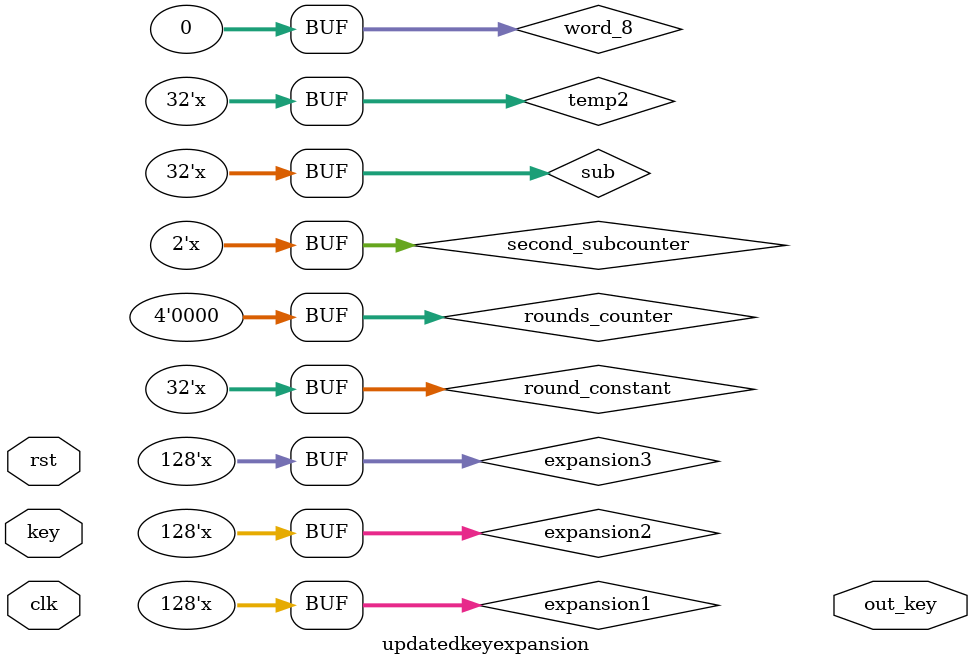
<source format=v>
module updatedkeyexpansion (
    input wire [255:0] key,
    input wire clk,
    input wire rst,
    output reg [127:0] out_key


);    reg [255:0] key_in,word;
      reg [127:0] expansion1,expansion2,expansion3,expansion4;

    reg [7:0] g0,g1,g2,g3;
    reg [31:0] temp,temp2,rot,sub,round_constant,round_subword,word_1,word_2,word_3,word_4,word_5,word_6,word_7,word_8 =32'b0;
    reg [1:0] sub_counter,second_subcounter =2'b00;
    reg [4:0] state,nextstate =5'b00000;
    reg [3:0] word_counter,secword_counter,sub_roundcounter=4'b0000;
	  reg [3:0] rounds_counter=4'b0000;
   localparam  IDLE=4'b0001 ;
   localparam  START=4'b0010 ;
   localparam  EXPANSION_1=4'b0011 ;
   localparam  EXPANSION_2=4'b0100 ;
   localparam  EXPANSION_3=4'b0101 ;
   localparam  EXPANSION_4=4'b0110 ;
   localparam  ROT_BYTE=4'b0111 ;
   localparam  SUB_BYTE=4'b1000 ;
   localparam  RC_CON=4'b1001 ;
   localparam  XOR=4'b1010 ;
//    localparam ROUND_1 =5'b01000 ;
//    localparam ROUND_2 =5'b01001 ;
//    localparam   DONE=4'b1010 ;

always @(posedge clk) begin
        if (rst) begin
            state <= IDLE;
            word_counter <= 4'b0000;
            secword_counter <= 4'b0000;
            sub_counter <= 2'b00;
        end else begin
            state <= nextstate;
            word_counter <= word_counter + 1;
            sub_counter <= sub_counter + 1;
            secword_counter <= secword_counter + 1;
        end
    end
      always @(*) begin
        
		second_subcounter=sub_counter;
     case (state)
        IDLE:begin
            nextstate=START;

        end
      START:begin
		
			key_in=key;
        
        nextstate=EXPANSION_1;

      end
      EXPANSION_1:begin
      if (rounds_counter==1'b0) begin
        expansion1=key_in[127:0];

      end
	   sub_roundcounter=sub_roundcounter+1;
      nextstate=EXPANSION_2;
      end
      EXPANSION_2:begin
        if(rounds_counter==1'b0)begin
          expansion2=key_in[256:128];
          temp =expansion2[127:96];
        end
           sub_roundcounter=sub_roundcounter+1;
     nextstate=ROT_BYTE;
      end
       ROT_BYTE:begin
       
       sub_counter =2'b00;
         rot ={temp[23:0],temp[31:24]};
        nextstate=SUB_BYTE;

        end
       SUB_BYTE:begin

         if (second_subcounter <= 2'b11)begin

        case (rot[7:0])
            8'h00: sub=8'h63;
	   8'h01: sub=8'h7c;
	   8'h02: sub=8'h77;
	   8'h03: sub=8'h7b;
	   8'h04: sub=8'hf2;
	   8'h05: sub=8'h6b;
	   8'h06: sub=8'h6f;
	   8'h07: sub=8'hc5;
	   8'h08: sub=8'h30;
	   8'h09: sub=8'h01;
	   8'h0a: sub=8'h67;
	   8'h0b: sub=8'h2b;
	   8'h0c: sub=8'hfe;
	   8'h0d: sub=8'hd7;
	   8'h0e: sub=8'hab;
	   8'h0f: sub=8'h76;
	   8'h10: sub=8'hca;
	   8'h11: sub=8'h82;
	   8'h12: sub=8'hc9;
	   8'h13: sub=8'h7d;
	   8'h14: sub=8'hfa;
	   8'h15: sub=8'h59;
	   8'h16: sub=8'h47;
	   8'h17: sub=8'hf0;
	   8'h18: sub=8'had;
	   8'h19: sub=8'hd4;
	   8'h1a: sub=8'ha2;
	   8'h1b: sub=8'haf;
	   8'h1c: sub=8'h9c;
	   8'h1d: sub=8'ha4;
	   8'h1e: sub=8'h72;
	   8'h1f: sub=8'hc0;
	   8'h20: sub=8'hb7;
	   8'h21: sub=8'hfd;
	   8'h22: sub=8'h93;
	   8'h23: sub=8'h26;
	   8'h24: sub=8'h36;
	   8'h25: sub=8'h3f;
	   8'h26: sub=8'hf7;
	   8'h27: sub=8'hcc;
	   8'h28: sub=8'h34;
	   8'h29: sub=8'ha5;
	   8'h2a: sub=8'he5;
	   8'h2b: sub=8'hf1;
	   8'h2c: sub=8'h71;
	   8'h2d: sub=8'hd8;
	   8'h2e: sub=8'h31;
	   8'h2f: sub=8'h15;
	   8'h30: sub=8'h04;
	   8'h31: sub=8'hc7;
	   8'h32: sub=8'h23;
	   8'h33: sub=8'hc3;
	   8'h34: sub=8'h18;
	   8'h35: sub=8'h96;
	   8'h36: sub=8'h05;
	   8'h37: sub=8'h9a;
	   8'h38: sub=8'h07;
	   8'h39: sub=8'h12;
	   8'h3a: sub=8'h80;
	   8'h3b: sub=8'he2;
	   8'h3c: sub=8'heb;
	   8'h3d: sub=8'h27;
	   8'h3e: sub=8'hb2;
	   8'h3f: sub=8'h75;
	   8'h40: sub=8'h09;
	   8'h41: sub=8'h83;
	   8'h42: sub=8'h2c;
	   8'h43: sub=8'h1a;
	   8'h44: sub=8'h1b;
	   8'h45: sub=8'h6e;
	   8'h46: sub=8'h5a;
	   8'h47: sub=8'ha0;
	   8'h48: sub=8'h52;
	   8'h49: sub=8'h3b;
	   8'h4a: sub=8'hd6;
	   8'h4b: sub=8'hb3;
	   8'h4c: sub=8'h29;
	   8'h4d: sub=8'he3;
	   8'h4e: sub=8'h2f;
	   8'h4f: sub=8'h84;
	   8'h50: sub=8'h53;
	   8'h51: sub=8'hd1;
	   8'h52: sub=8'h00;
	   8'h53: sub=8'hed;
	   8'h54: sub=8'h20;
	   8'h55: sub=8'hfc;
	   8'h56: sub=8'hb1;
	   8'h57: sub=8'h5b;
	   8'h58: sub=8'h6a;
	   8'h59: sub=8'hcb;
	   8'h5a: sub=8'hbe;
	   8'h5b: sub=8'h39;
	   8'h5c: sub=8'h4a;
	   8'h5d: sub=8'h4c;
	   8'h5e: sub=8'h58;
	   8'h5f: sub=8'hcf;
	   8'h60: sub=8'hd0;
	   8'h61: sub=8'hef;
	   8'h62: sub=8'haa;
	   8'h63: sub=8'hfb;
	   8'h64: sub=8'h43;
	   8'h65: sub=8'h4d;
       8'h66: sub=8'h33;
	   8'h67: sub=8'h85;
	   8'h68: sub=8'h45;
	   8'h69: sub=8'hf9;
	   8'h6a: sub=8'h02;
	   8'h6b: sub=8'h7f;
	   8'h6c: sub=8'h50;
	   8'h6d: sub=8'h3c;
	   8'h6e: sub=8'h9f;
	   8'h6f: sub=8'ha8;
	   8'h70: sub=8'h51;
	   8'h71: sub=8'ha3;
	   8'h72: sub=8'h40;
	   8'h73: sub=8'h8f;
	   8'h74: sub=8'h92;
	   8'h75: sub=8'h9d;
	   8'h76: sub=8'h38;
	   8'h77: sub=8'hf5;
	   8'h78: sub=8'hbc;
	   8'h79: sub=8'hb6;
	   8'h7a: sub=8'hda;
	   8'h7b: sub=8'h21;
	   8'h7c: sub=8'h10;
	   8'h7d: sub=8'hff;
	   8'h7e: sub=8'hf3;
	   8'h7f: sub=8'hd2;
	   8'h80: sub=8'hcd;
	   8'h81: sub=8'h0c;
	   8'h82: sub=8'h13;
	   8'h83: sub=8'hec;
	   8'h84: sub=8'h5f;
	   8'h85: sub=8'h97;
	   8'h86: sub=8'h44;
	   8'h87: sub=8'h17;
	   8'h88: sub=8'hc4;
	   8'h89: sub=8'ha7;
	   8'h8a: sub=8'h7e;
	   8'h8b: sub=8'h3d;
	   8'h8c: sub=8'h64;
	   8'h8d: sub=8'h5d;
	   8'h8e: sub=8'h19;
	   8'h8f: sub=8'h73;
	   8'h90: sub=8'h60;
	   8'h91: sub=8'h81;
	   8'h92: sub=8'h4f;
	   8'h93: sub=8'hdc;
	   8'h94: sub=8'h22;
	   8'h95: sub=8'h2a;
	   8'h96: sub=8'h90;
	   8'h97: sub=8'h88;
	   8'h98: sub=8'h46;
	   8'h99: sub=8'hee;
	   8'h9a: sub=8'hb8;
	   8'h9b: sub=8'h14;
	   8'h9c: sub=8'hde;
	   8'h9d: sub=8'h5e;
	   8'h9e: sub=8'h0b;
	   8'h9f: sub=8'hdb;
	   8'ha0: sub=8'he0;
	   8'ha1: sub=8'h32;
	   8'ha2: sub=8'h3a;
	   8'ha3: sub=8'h0a;
	   8'ha4: sub=8'h49;
	   8'ha5: sub=8'h06;
	   8'ha6: sub=8'h24;
	   8'ha7: sub=8'h5c;
	   8'ha8: sub=8'hc2;
	   8'ha9: sub=8'hd3;
	   8'haa: sub=8'hac;
	   8'hab: sub=8'h62;
	   8'hac: sub=8'h91;
	   8'had: sub=8'h95;
	   8'hae: sub=8'he4;
	   8'haf: sub=8'h79;
	   8'hb0: sub=8'he7;
	   8'hb1: sub=8'hc8;
	   8'hb2: sub=8'h37;
	   8'hb3: sub=8'h6d;
	   8'hb4: sub=8'h8d;
	   8'hb5: sub=8'hd5;
	   8'hb6: sub=8'h4e;
	   8'hb7: sub=8'ha9;
	   8'hb8: sub=8'h6c;
	   8'hb9: sub=8'h56;
	   8'hba: sub=8'hf4;
	   8'hbb: sub=8'hea;
	   8'hbc: sub=8'h65;
	   8'hbd: sub=8'h7a;
	   8'hbe: sub=8'hae;
	   8'hbf: sub=8'h08;
	   8'hc0: sub=8'hba;
	   8'hc1: sub=8'h78;
	   8'hc2: sub=8'h25;
	   8'hc3: sub=8'h2e;
	   8'hc4: sub=8'h1c;
	   8'hc5: sub=8'ha6;
	   8'hc6: sub=8'hb4;
	   8'hc7: sub=8'hc6;
	   8'hc8: sub=8'he8;
	   8'hc9: sub=8'hdd;
	   8'hca: sub=8'h74;
	   8'hcb: sub=8'h1f;
	   8'hcc: sub=8'h4b;
	   8'hcd: sub=8'hbd;
	   8'hce: sub=8'h8b;
	   8'hcf: sub=8'h8a;
	   8'hd0: sub=8'h70;
	   8'hd1: sub=8'h3e;
	   8'hd2: sub=8'hb5;
	   8'hd3: sub=8'h66;
	   8'hd4: sub=8'h48;
	   8'hd5: sub=8'h03;
	   8'hd6: sub=8'hf6;
	   8'hd7: sub=8'h0e;
	   8'hd8: sub=8'h61;
	   8'hd9: sub=8'h35;
	   8'hda: sub=8'h57;
	   8'hdb: sub=8'hb9;
	   8'hdc: sub=8'h86;
	   8'hdd: sub=8'hc1;
	   8'hde: sub=8'h1d;
	   8'hdf: sub=8'h9e;
	   8'he0: sub=8'he1;
	   8'he1: sub=8'hf8;
	   8'he2: sub=8'h98;
	   8'he3: sub=8'h11;
	   8'he4: sub=8'h69;
	   8'he5: sub=8'hd9;
	   8'he6: sub=8'h8e;
	   8'he7: sub=8'h94;
	   8'he8: sub=8'h9b;
	   8'he9: sub=8'h1e;
	   8'hea: sub=8'h87;
	   8'heb: sub=8'he9;
	   8'hec: sub=8'hce;
	   8'hed: sub=8'h55;
	   8'hee: sub=8'h28;
	   8'hef: sub=8'hdf;
	   8'hf0: sub=8'h8c;
	   8'hf1: sub=8'ha1;
	   8'hf2: sub=8'h89;
	   8'hf3: sub=8'h0d;
	   8'hf4: sub=8'hbf;
	   8'hf5: sub=8'he6;
	   8'hf6: sub=8'h42;
	   8'hf7: sub=8'h68;
	   8'hf8: sub=8'h41;
	   8'hf9: sub=8'h99;
	   8'hfa: sub=8'h2d;
	   8'hfb: sub=8'h0f;
	   8'hfc: sub=8'hb0;
	   8'hfd: sub=8'h54;
	   8'hfe: sub=8'hbb;
	   8'hff: sub=8'h16;
        endcase
        rot =rot>>8;
		temp2={sub[7:0],temp2[31:8]};
		temp =temp<<8;
		 end
    	if(second_subcounter==2'b10)	 begin


	  nextstate=RC_CON;
		end
    end
	RC_CON:begin

		 round_constant = {temp2[31:24] ^ 8'h01, temp2[23:0]};

      nextstate=EXPANSION_3;
	end
	EXPANSION_3:begin
	expansion3[31:0]=expansion1[31:0]^round_constant;
	expansion3[63:32]=expansion1[63:32]^expansion3[31:0];
	expansion3[95:64]=expansion1[95:64]^expansion3[63:32];
	expansion3[127:96]=expansion1[127:96]^expansion3[95:64];
	
	nextstate=EXPANSION_4;
	end
	 
        endcase
      end
























endmodule
</source>
